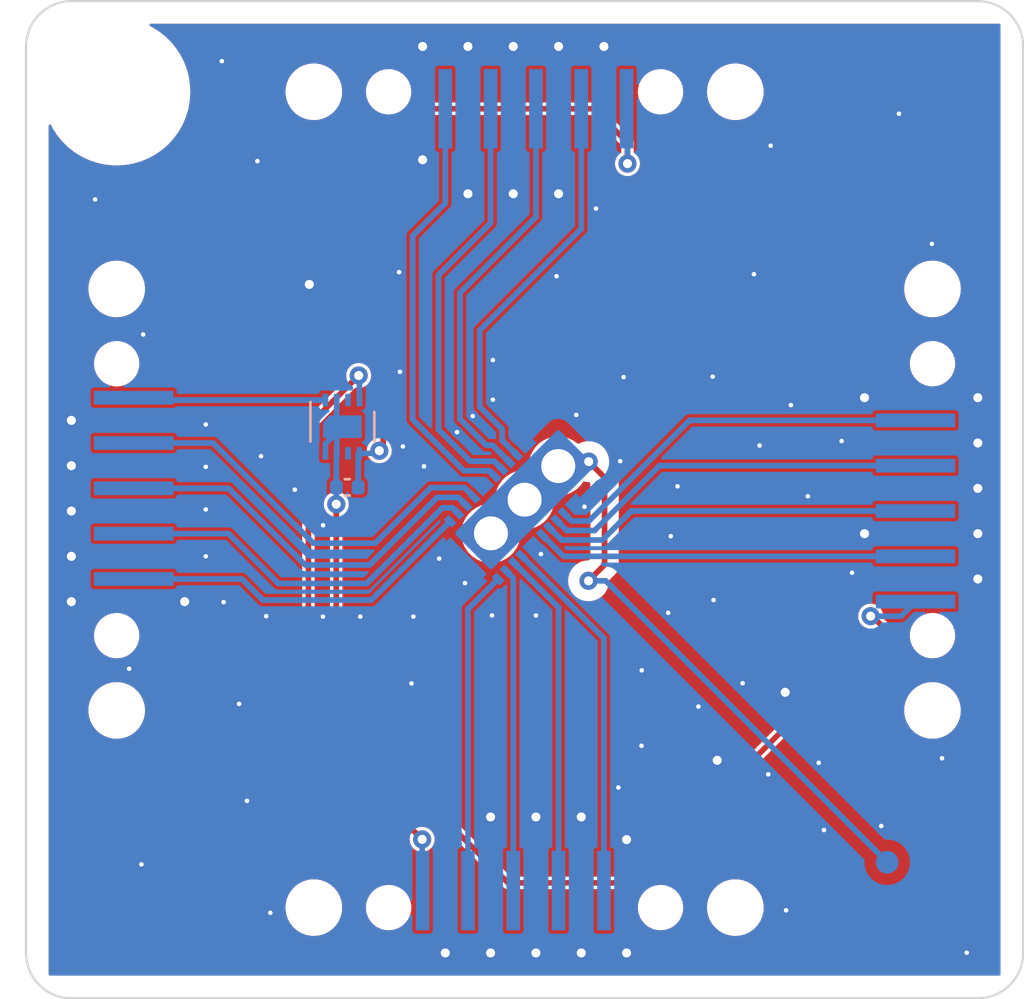
<source format=kicad_pcb>
(kicad_pcb (version 20221018) (generator pcbnew)
  (layers (0 "F.Cu" signal) (31 "B.Cu" signal) (34 "B.Paste" user) (35 "F.Paste" user) (36 "B.SilkS" user "B.Silkscreen") (37 "F.SilkS" user "F.Silkscreen") (38 "B.Mask" user) (39 "F.Mask" user) (44 "Edge.Cuts" user))
  (net 0 "")
  (net 1 "Net-(U1-0,0)")
  (net 2 "Net-(U1-1,0)")
  (net 3 "Net-(U1-2,0)")
  (net 4 "Net-(U1-3,0)")
  (net 5 "Net-(U1-2,1)")
  (net 6 "Net-(U1-3,1)")
  (net 7 "Net-(U1-2,2)")
  (net 8 "Net-(U1-3,2)")
  (net 9 "Net-(U1-3,3)")
  (net 10 "Net-(U1-2,3)")
  (net 11 "Net-(U1-1,3)")
  (net 12 "Net-(U1-0,3)")
  (net 13 "Net-(U1-1,2)")
  (net 14 "Net-(U1-0,2)")
  (net 15 "Net-(U1-0,1)")
  (net 16 "Net-(U1-1,1)")
  (net 17 "GND")
  (net 18 "/SDA")
  (net 19 "/I2C_GND")
  (net 21 "/SCL")
  (net 22 "/I2C_POWER")
  (net 24 "/HV")
  (footprint "chubut:alignment_hole" (layer "F.Cu") (at -18 -18)
    (fp_text reference "H1" hide)
    (fp_text value "MountingHole")
    (pad "" np_thru_hole circle (at 0 0) (size 6 6) (drill 6) (layers "F&B.Cu" "*.Mask"))
  )
  (footprint "chubut:graphics" (layer "F.Cu") (at -0.084351 2.19)
    (fp_text reference "G***" hide)
    (fp_text value "LOGO" hide)
  )
  (footprint "chubut:FSI-110-03-G-S-M-AD" (layer "B.Cu") (at 0 -18 180)
    (fp_text reference "X7" hide)
    (fp_text value "~")
    (pad "" np_thru_hole circle (at -9.3 0 180) (size 2 2) (drill 2) (layers "F&B.Cu" "*.Mask"))
    (pad "" np_thru_hole circle (at -6 0 180) (size 1.5 1.5) (drill 1.5) (layers "F&B.Cu" "*.Mask"))
    (pad "" np_thru_hole circle (at 6 0 180) (size 1.5 1.5) (drill 1.5) (layers "F&B.Cu" "*.Mask"))
    (pad "" np_thru_hole circle (at 9.3 0 180) (size 2 2) (drill 2) (layers "F&B.Cu" "*.Mask"))
    (pad "1" smd rect (at 4.5 -0.75 180) (size 0.6 3.5) (layers "B.Cu" "B.Mask") (net 17 "GND"))
    (pad "2" smd rect (at 3.5 -0.75 180) (size 0.6 3.5) (layers "B.Cu" "B.Mask") (net 5 "Net-(U1-2,1)"))
    (pad "3" smd rect (at 2.5 -0.75 180) (size 0.6 3.5) (layers "B.Cu" "B.Mask") (net 17 "GND"))
    (pad "4" smd rect (at 1.5 -0.75 180) (size 0.6 3.5) (layers "B.Cu" "B.Mask") (net 6 "Net-(U1-3,1)"))
    (pad "5" smd rect (at 0.5 -0.75 180) (size 0.6 3.5) (layers "B.Cu" "B.Mask") (net 17 "GND"))
    (pad "6" smd rect (at -0.5 -0.75 180) (size 0.6 3.5) (layers "B.Cu" "B.Mask") (net 7 "Net-(U1-2,2)"))
    (pad "7" smd rect (at -1.5 -0.75 180) (size 0.6 3.5) (layers "B.Cu" "B.Mask") (net 17 "GND"))
    (pad "8" smd rect (at -2.5 -0.75 180) (size 0.6 3.5) (layers "B.Cu" "B.Mask") (net 8 "Net-(U1-3,2)"))
    (pad "9" smd rect (at -3.5 -0.75 180) (size 0.6 3.5) (layers "B.Cu" "B.Mask") (net 17 "GND"))
    (pad "10" smd rect (at -4.5 -0.75 180) (size 0.6 3.5) (layers "B.Cu" "B.Mask") (net 22 "/I2C_POWER"))
  )
  (footprint "chubut:FSI-110-03-G-S-M-AD" (layer "B.Cu") (at 18 0 90)
    (fp_text reference "X6" hide)
    (fp_text value "~")
    (pad "" np_thru_hole circle (at -9.3 0 90) (size 2 2) (drill 2) (layers "F&B.Cu" "*.Mask"))
    (pad "" np_thru_hole circle (at -6 0 90) (size 1.5 1.5) (drill 1.5) (layers "F&B.Cu" "*.Mask"))
    (pad "" np_thru_hole circle (at 6 0 90) (size 1.5 1.5) (drill 1.5) (layers "F&B.Cu" "*.Mask"))
    (pad "" np_thru_hole circle (at 9.3 0 90) (size 2 2) (drill 2) (layers "F&B.Cu" "*.Mask"))
    (pad "1" smd rect (at 4.5 -0.75 90) (size 0.6 3.5) (layers "B.Cu" "B.Mask") (net 17 "GND"))
    (pad "2" smd rect (at 3.5 -0.75 90) (size 0.6 3.5) (layers "B.Cu" "B.Mask") (net 9 "Net-(U1-3,3)"))
    (pad "3" smd rect (at 2.5 -0.75 90) (size 0.6 3.5) (layers "B.Cu" "B.Mask") (net 17 "GND"))
    (pad "4" smd rect (at 1.5 -0.75 90) (size 0.6 3.5) (layers "B.Cu" "B.Mask") (net 10 "Net-(U1-2,3)"))
    (pad "5" smd rect (at 0.5 -0.75 90) (size 0.6 3.5) (layers "B.Cu" "B.Mask") (net 17 "GND"))
    (pad "6" smd rect (at -0.5 -0.75 90) (size 0.6 3.5) (layers "B.Cu" "B.Mask") (net 11 "Net-(U1-1,3)"))
    (pad "7" smd rect (at -1.5 -0.75 90) (size 0.6 3.5) (layers "B.Cu" "B.Mask") (net 17 "GND"))
    (pad "8" smd rect (at -2.5 -0.75 90) (size 0.6 3.5) (layers "B.Cu" "B.Mask") (net 12 "Net-(U1-0,3)"))
    (pad "9" smd rect (at -3.5 -0.75 90) (size 0.6 3.5) (layers "B.Cu" "B.Mask") (net 17 "GND"))
    (pad "10" smd rect (at -4.5 -0.75 90) (size 0.6 3.5) (layers "B.Cu" "B.Mask") (net 19 "/I2C_GND"))
  )
  (footprint "chubut:graphics_bottom" (layer "B.Cu") (at -2.33 0.65 180)
    (fp_text reference "G***" hide)
    (fp_text value "LOGO" hide)
  )
  (footprint "chubut:FSI-110-03-G-S-M-AD" (layer "B.Cu") (at 0 18)
    (fp_text reference "X5" hide)
    (fp_text value "~")
    (pad "" np_thru_hole circle (at -9.3 0) (size 2 2) (drill 2) (layers "F&B.Cu" "*.Mask"))
    (pad "" np_thru_hole circle (at -6 0) (size 1.5 1.5) (drill 1.5) (layers "F&B.Cu" "*.Mask"))
    (pad "" np_thru_hole circle (at 6 0) (size 1.5 1.5) (drill 1.5) (layers "F&B.Cu" "*.Mask"))
    (pad "" np_thru_hole circle (at 9.3 0) (size 2 2) (drill 2) (layers "F&B.Cu" "*.Mask"))
    (pad "1" smd rect (at 4.5 -0.75) (size 0.6 3.5) (layers "B.Cu" "B.Mask") (net 17 "GND"))
    (pad "2" smd rect (at 3.5 -0.75) (size 0.6 3.5) (layers "B.Cu" "B.Mask") (net 13 "Net-(U1-1,2)"))
    (pad "3" smd rect (at 2.5 -0.75) (size 0.6 3.5) (layers "B.Cu" "B.Mask") (net 17 "GND"))
    (pad "4" smd rect (at 1.5 -0.75) (size 0.6 3.5) (layers "B.Cu" "B.Mask") (net 14 "Net-(U1-0,2)"))
    (pad "5" smd rect (at 0.5 -0.75) (size 0.6 3.5) (layers "B.Cu" "B.Mask") (net 17 "GND"))
    (pad "6" smd rect (at -0.5 -0.75) (size 0.6 3.5) (layers "B.Cu" "B.Mask") (net 15 "Net-(U1-0,1)"))
    (pad "7" smd rect (at -1.5 -0.75) (size 0.6 3.5) (layers "B.Cu" "B.Mask") (net 17 "GND"))
    (pad "8" smd rect (at -2.5 -0.75) (size 0.6 3.5) (layers "B.Cu" "B.Mask") (net 16 "Net-(U1-1,1)"))
    (pad "9" smd rect (at -3.5 -0.75) (size 0.6 3.5) (layers "B.Cu" "B.Mask") (net 17 "GND"))
    (pad "10" smd rect (at -4.5 -0.75) (size 0.6 3.5) (layers "B.Cu" "B.Mask") (net 21 "/SCL"))
  )
  (footprint "chubut:pogo_pin_mating_pad" (layer "B.Cu") (at 16 16 180)
    (fp_text reference "J5" hide)
    (fp_text value "HV")
    (pad "1" smd circle (at 0 0 180) (size 1 1) (layers "B.Cu" "B.Mask") (net 24 "/HV"))
  )
  (footprint "Sensor_Humidity:Sensirion_DFN-8-1EP_2.5x2.5mm_P0.5mm_EP1.1x1.7mm" (layer "B.Cu") (at -8.04 -3.22 -90)
    (fp_text reference "U2" hide)
    (fp_text value "SHT30-DIS")
    (fp_line (start -1.09 1.41) (end 0.65 1.41) (stroke (width 0.12)) (layer "B.SilkS"))
    (fp_line (start -0.65 -1.41) (end 0.65 -1.41) (stroke (width 0.12)) (layer "B.SilkS"))
    (pad "1" smd rect (at -1.175 0.75 270) (size 0.55 0.25) (layers "B.Cu" "B.Paste" "B.Mask") (net 18 "/SDA"))
    (pad "2" smd rect (at -1.175 0.25 270) (size 0.55 0.25) (layers "B.Cu" "B.Paste" "B.Mask") (net 19 "/I2C_GND"))
    (pad "3" smd rect (at -1.175 -0.25 270) (size 0.55 0.25) (layers "B.Cu" "B.Paste" "B.Mask"))
    (pad "4" smd rect (at -1.175 -0.75 90) (size 0.55 0.25) (layers "B.Cu" "B.Paste" "B.Mask") (net 21 "/SCL"))
    (pad "5" smd rect (at 1.175 -0.75 270) (size 0.55 0.25) (layers "B.Cu" "B.Paste" "B.Mask") (net 22 "/I2C_POWER"))
    (pad "6" smd rect (at 1.175 -0.25 270) (size 0.55 0.25) (layers "B.Cu" "B.Paste" "B.Mask"))
    (pad "7" smd rect (at 1.175 0.25 270) (size 0.55 0.25) (layers "B.Cu" "B.Paste" "B.Mask") (net 19 "/I2C_GND"))
    (pad "8" smd rect (at 1.175 0.75 270) (size 0.55 0.25) (layers "B.Cu" "B.Paste" "B.Mask") (net 19 "/I2C_GND"))
    (pad "9" smd custom (at 0 0 270) (size 1 1) (layers "B.Cu" "B.Mask") (net 19 "/I2C_GND") (options (clearance outline) (anchor circle)) (primitives (gr_poly (pts (xy 0.5 -0.85) (xy -0.5 -0.85) (xy -0.5 0.55) (xy -0.2 0.85) (xy 0.5 0.85)) (width 0) (fill yes))))
  )
  (footprint "chubut:FSI-110-03-G-S-M-AD" (layer "B.Cu") (at -18 0 -90)
    (fp_text reference "X4" hide)
    (fp_text value "~")
    (pad "" np_thru_hole circle (at -9.3 0 270) (size 2 2) (drill 2) (layers "F&B.Cu" "*.Mask"))
    (pad "" np_thru_hole circle (at -6 0 270) (size 1.5 1.5) (drill 1.5) (layers "F&B.Cu" "*.Mask"))
    (pad "" np_thru_hole circle (at 6 0 270) (size 1.5 1.5) (drill 1.5) (layers "F&B.Cu" "*.Mask"))
    (pad "" np_thru_hole circle (at 9.3 0 270) (size 2 2) (drill 2) (layers "F&B.Cu" "*.Mask"))
    (pad "1" smd rect (at 4.5 -0.75 270) (size 0.6 3.5) (layers "B.Cu" "B.Mask") (net 17 "GND"))
    (pad "2" smd rect (at 3.5 -0.75 270) (size 0.6 3.5) (layers "B.Cu" "B.Mask") (net 1 "Net-(U1-0,0)"))
    (pad "3" smd rect (at 2.5 -0.75 270) (size 0.6 3.5) (layers "B.Cu" "B.Mask") (net 17 "GND"))
    (pad "4" smd rect (at 1.5 -0.75 270) (size 0.6 3.5) (layers "B.Cu" "B.Mask") (net 2 "Net-(U1-1,0)"))
    (pad "5" smd rect (at 0.5 -0.75 270) (size 0.6 3.5) (layers "B.Cu" "B.Mask") (net 17 "GND"))
    (pad "6" smd rect (at -0.5 -0.75 270) (size 0.6 3.5) (layers "B.Cu" "B.Mask") (net 3 "Net-(U1-2,0)"))
    (pad "7" smd rect (at -1.5 -0.75 270) (size 0.6 3.5) (layers "B.Cu" "B.Mask") (net 17 "GND"))
    (pad "8" smd rect (at -2.5 -0.75 270) (size 0.6 3.5) (layers "B.Cu" "B.Mask") (net 4 "Net-(U1-3,0)"))
    (pad "9" smd rect (at -3.5 -0.75 270) (size 0.6 3.5) (layers "B.Cu" "B.Mask") (net 17 "GND"))
    (pad "10" smd rect (at -4.5 -0.75 270) (size 0.6 3.5) (layers "B.Cu" "B.Mask") (net 18 "/SDA"))
  )
  (footprint "chubut:FBK_RSD2_3_DUTs_together" (layer "B.Cu") (at 0 0 45)
    (fp_text reference "U1" hide)
    (fp_text value "~")
    (pad "1" smd roundrect (at -3 -1.65 45) (size 0.3 0.5) (layers "B.Cu" "B.Mask") (roundrect_rratio 0.05) (net 1 "Net-(U1-0,0)"))
    (pad "2" smd roundrect (at -2.5 -1.65 45) (size 0.3 0.5) (layers "B.Cu" "B.Mask") (roundrect_rratio 0.05) (net 2 "Net-(U1-1,0)"))
    (pad "3" smd roundrect (at -2 -1.65 45) (size 0.3 0.5) (layers "B.Cu" "B.Mask") (roundrect_rratio 0.05) (net 3 "Net-(U1-2,0)"))
    (pad "4" smd roundrect (at -1.5 -1.65 45) (size 0.3 0.5) (layers "B.Cu" "B.Mask") (roundrect_rratio 0.05) (net 4 "Net-(U1-3,0)"))
    (pad "5" smd roundrect (at -0.2 -1.65 45) (size 0.3 0.5) (layers "B.Cu" "B.Mask") (roundrect_rratio 0.05) (net 5 "Net-(U1-2,1)"))
    (pad "6" smd roundrect (at 0.25 -1.65 45) (size 0.3 0.5) (layers "B.Cu" "B.Mask") (roundrect_rratio 0.05) (net 6 "Net-(U1-3,1)"))
    (pad "7" smd roundrect (at 0.7 -1.65 45) (size 0.3 0.5) (layers "B.Cu" "B.Mask") (roundrect_rratio 0.05) (net 7 "Net-(U1-2,2)"))
    (pad "8" smd roundrect (at 1.15 -1.65 45) (size 0.3 0.5) (layers "B.Cu" "B.Mask") (roundrect_rratio 0.05) (net 8 "Net-(U1-3,2)"))
    (pad "9" smd roundrect (at 0.8 1.65 45) (size 0.3 0.5) (layers "B.Cu" "B.Mask") (roundrect_rratio 0.05) (net 9 "Net-(U1-3,3)"))
    (pad "10" smd roundrect (at 0.35 1.65 45) (size 0.3 0.5) (layers "B.Cu" "B.Mask") (roundrect_rratio 0.05) (net 10 "Net-(U1-2,3)"))
    (pad "11" smd roundrect (at -0.1 1.65 45) (size 0.3 0.5) (layers "B.Cu" "B.Mask") (roundrect_rratio 0.05) (net 11 "Net-(U1-1,3)"))
    (pad "12" smd roundrect (at -0.55 1.65 45) (size 0.3 0.5) (layers "B.Cu" "B.Mask") (roundrect_rratio 0.05) (net 12 "Net-(U1-0,3)"))
    (pad "13" smd roundrect (at -1.85 1.65 45) (size 0.3 0.5) (layers "B.Cu" "B.Mask") (roundrect_rratio 0.05) (net 13 "Net-(U1-1,2)"))
    (pad "14" smd roundrect (at -2.3 1.65 45) (size 0.3 0.5) (layers "B.Cu" "B.Mask") (roundrect_rratio 0.05) (net 14 "Net-(U1-0,2)"))
    (pad "15" smd roundrect (at -2.8 1.65 45) (size 0.3 0.5) (layers "B.Cu" "B.Mask") (roundrect_rratio 0.05) (net 15 "Net-(U1-0,1)"))
    (pad "16" smd roundrect (at -3.3 1.65 45) (size 0.3 0.5) (layers "B.Cu" "B.Mask") (roundrect_rratio 0.05) (net 16 "Net-(U1-1,1)"))
    (pad "17" thru_hole circle (at -2.1 0 45) (size 1.6 1.6) (drill 1.5) (layers "*.Cu" "*.Mask") (net 24 "/HV"))
    (pad "17" thru_hole circle (at 0 0 45) (size 1.6 1.6) (drill 1.5) (layers "*.Cu" "*.Mask") (net 24 "/HV"))
    (pad "17" smd roundrect (at 0 0 45) (size 6.5 2.3) (layers "B.Cu" "B.Mask") (roundrect_rratio 0.05) (net 24 "/HV"))
    (pad "17" thru_hole circle (at 2.1 0 45) (size 1.6 1.6) (drill 1.5) (layers "*.Cu" "*.Mask") (net 24 "/HV"))
    (pad "18" smd roundrect (at -3.85 0 225) (size 0.7 2.3) (layers "B.Cu" "B.Mask") (roundrect_rratio 0.05) (net 17 "GND"))
    (pad "18" smd roundrect (at -1.2 1.65 225) (size 0.7 0.5) (layers "B.Cu" "B.Mask") (roundrect_rratio 0.05) (net 17 "GND"))
    (pad "18" smd roundrect (at -0.85 -1.65 225) (size 0.7 0.5) (layers "B.Cu" "B.Mask") (roundrect_rratio 0.05) (net 17 "GND"))
    (pad "18" smd roundrect (at 1.45 1.65 225) (size 0.7 0.5) (layers "B.Cu" "B.Mask") (roundrect_rratio 0.05) (net 17 "GND"))
    (pad "18" smd roundrect (at 1.8 -1.65 225) (size 0.7 0.5) (layers "B.Cu" "B.Mask") (roundrect_rratio 0.05) (net 17 "GND"))
  )
  (footprint "Capacitor_SMD:C_0402_1005Metric" (layer "B.Cu") (at -7.825 -0.545 180)
    (fp_text reference "C1" hide)
    (fp_text value "100n")
    (fp_line (start -0.107836 -0.36) (end 0.107836 -0.36) (stroke (width 0.12)) (layer "B.SilkS"))
    (fp_line (start -0.107836 0.36) (end 0.107836 0.36) (stroke (width 0.12)) (layer "B.SilkS"))
    (pad "1" smd roundrect (at -0.48 0 180) (size 0.56 0.62) (layers "B.Cu" "B.Paste" "B.Mask") (net 22 "/I2C_POWER"))
    (pad "2" smd roundrect (at 0.48 0 180) (size 0.56 0.62) (layers "B.Cu" "B.Paste" "B.Mask") (net 19 "/I2C_GND"))
  )
  (gr_arc (start -22 -20) (mid -21.414214 -21.414214) (end -20 -22) (stroke (width 0.1)) (layer "Edge.Cuts"))
  (gr_arc (start 22 20) (mid 21.414214 21.414214) (end 20 22) (stroke (width 0.1)) (layer "Edge.Cuts"))
  (gr_arc (start 20 -22) (mid 21.414214 -21.414214) (end 22 -20) (stroke (width 0.1)) (layer "Edge.Cuts"))
  (gr_line (start 22 -20) (end 22 20) (stroke (width 0.1)) (layer "Edge.Cuts"))
  (gr_line (start -20 -22) (end 20 -22) (stroke (width 0.1)) (layer "Edge.Cuts"))
  (gr_arc (start -20 22) (mid -21.414214 21.414214) (end -22 20) (stroke (width 0.1)) (layer "Edge.Cuts"))
  (gr_line (start 20 22) (end -20 22) (stroke (width 0.1)) (layer "Edge.Cuts"))
  (gr_line (start -22 20) (end -22 -20) (stroke (width 0.1)) (layer "Edge.Cuts"))
  (segment (start -3.288047 0.954594) (end -6.763453 4.43) (width 0.25) (layer "B.Cu") (net 1))
  (segment (start -12.48 3.5) (end -17.25 3.5) (width 0.25) (layer "B.Cu") (net 1))
  (segment (start -6.763453 4.43) (end -11.55 4.43) (width 0.25) (layer "B.Cu") (net 1))
  (segment (start -11.55 4.43) (end -12.48 3.5) (width 0.25) (layer "B.Cu") (net 1))
  (segment (start -3.175534 0.36) (end -3.63 0.36) (width 0.25) (layer "B.Cu") (net 2))
  (segment (start -10.86 3.7) (end -13.06 1.5) (width 0.25) (layer "B.Cu") (net 2))
  (segment (start -6.97 3.7) (end -10.86 3.7) (width 0.25) (layer "B.Cu") (net 2))
  (segment (start -13.06 1.5) (end -17.25 1.5) (width 0.25) (layer "B.Cu") (net 2))
  (segment (start -3.63 0.36) (end -6.97 3.7) (width 0.25) (layer "B.Cu") (net 2))
  (segment (start -2.934493 0.601041) (end -3.175534 0.36) (width 0.25) (layer "B.Cu") (net 2))
  (segment (start -13.06 -0.5) (end -17.25 -0.5) (width 0.25) (layer "B.Cu") (net 3))
  (segment (start -2.58094 0.247487) (end -2.928427 -0.1) (width 0.25) (layer "B.Cu") (net 3))
  (segment (start -3.86 -0.1) (end -6.84 2.88) (width 0.25) (layer "B.Cu") (net 3))
  (segment (start -2.928427 -0.1) (end -3.86 -0.1) (width 0.25) (layer "B.Cu") (net 3))
  (segment (start -6.84 2.88) (end -9.68 2.88) (width 0.25) (layer "B.Cu") (net 3))
  (segment (start -9.68 2.88) (end -13.06 -0.5) (width 0.25) (layer "B.Cu") (net 3))
  (segment (start -13.74 -2.5) (end -17.25 -2.5) (width 0.25) (layer "B.Cu") (net 4))
  (segment (start -2.65132 -0.53) (end -4.14 -0.53) (width 0.25) (layer "B.Cu") (net 4))
  (segment (start -4.14 -0.53) (end -6.59 1.92) (width 0.25) (layer "B.Cu") (net 4))
  (segment (start -9.32 1.92) (end -13.74 -2.5) (width 0.25) (layer "B.Cu") (net 4))
  (segment (start -2.227386 -0.106066) (end -2.65132 -0.53) (width 0.25) (layer "B.Cu") (net 4))
  (segment (start -6.59 1.92) (end -9.32 1.92) (width 0.25) (layer "B.Cu") (net 4))
  (segment (start -1.308148 -1.025305) (end -1.562182 -1.279339) (width 0.25) (layer "B.Cu") (net 5))
  (segment (start -2.679339 -1.279339) (end -4.94 -3.54) (width 0.25) (layer "B.Cu") (net 5))
  (segment (start -3.5 -13.08) (end -3.5 -17.25) (width 0.25) (layer "B.Cu") (net 5))
  (segment (start -4.94 -11.64) (end -3.5 -13.08) (width 0.25) (layer "B.Cu") (net 5))
  (segment (start -4.94 -3.54) (end -4.94 -11.64) (width 0.25) (layer "B.Cu") (net 5))
  (segment (start -1.562182 -1.279339) (end -2.679339 -1.279339) (width 0.25) (layer "B.Cu") (net 5))
  (segment (start -3.8 -3.092893) (end -3.8 -9.91) (width 0.25) (layer "B.Cu") (net 6))
  (segment (start -1.343502 -1.697056) (end -2.404163 -1.697056) (width 0.25) (layer "B.Cu") (net 6))
  (segment (start -3.8 -9.91) (end -1.5 -12.21) (width 0.25) (layer "B.Cu") (net 6))
  (segment (start -2.404163 -1.697056) (end -3.8 -3.092893) (width 0.25) (layer "B.Cu") (net 6))
  (segment (start -0.989949 -1.343503) (end -1.343502 -1.697056) (width 0.25) (layer "B.Cu") (net 6))
  (segment (start -1.5 -12.21) (end -1.5 -17.25) (width 0.25) (layer "B.Cu") (net 6))
  (segment (start -1.697056 -2.404163) (end -2.85 -3.557107) (width 0.25) (layer "B.Cu") (net 7))
  (segment (start -1.414213 -2.404163) (end -1.697056 -2.404163) (width 0.25) (layer "B.Cu") (net 7))
  (segment (start -2.85 -9.13) (end 0.5 -12.48) (width 0.25) (layer "B.Cu") (net 7))
  (segment (start -0.671751 -1.661701) (end -1.414213 -2.404163) (width 0.25) (layer "B.Cu") (net 7))
  (segment (start 0.5 -12.48) (end 0.5 -17.25) (width 0.25) (layer "B.Cu") (net 7))
  (segment (start -2.85 -3.557107) (end -2.85 -9.13) (width 0.25) (layer "B.Cu") (net 7))
  (segment (start -0.989949 -3.11127) (end -1.98 -4.101321) (width 0.25) (layer "B.Cu") (net 8))
  (segment (start -0.989949 -2.616295) (end -0.989949 -3.11127) (width 0.25) (layer "B.Cu") (net 8))
  (segment (start -1.98 -7.47) (end 2.5 -11.95) (width 0.25) (layer "B.Cu") (net 8))
  (segment (start -1.98 -4.101321) (end -1.98 -7.47) (width 0.25) (layer "B.Cu") (net 8))
  (segment (start 2.5 -11.95) (end 2.5 -17.25) (width 0.25) (layer "B.Cu") (net 8))
  (segment (start -0.353553 -1.979899) (end -0.989949 -2.616295) (width 0.25) (layer "B.Cu") (net 8))
  (segment (start 2.84 0.94) (end 7.28 -3.5) (width 0.25) (layer "B.Cu") (net 9))
  (segment (start 2.071371 0.94) (end 2.84 0.94) (width 0.25) (layer "B.Cu") (net 9))
  (segment (start 7.28 -3.5) (end 17.25 -3.5) (width 0.25) (layer "B.Cu") (net 9))
  (segment (start 1.732412 0.601041) (end 2.071371 0.94) (width 0.25) (layer "B.Cu") (net 9))
  (segment (start 5.95 -1.5) (end 17.25 -1.5) (width 0.25) (layer "B.Cu") (net 10))
  (segment (start 1.854975 1.36) (end 3.09 1.36) (width 0.25) (layer "B.Cu") (net 10))
  (segment (start 1.414214 0.919239) (end 1.854975 1.36) (width 0.25) (layer "B.Cu") (net 10))
  (segment (start 3.09 1.36) (end 5.95 -1.5) (width 0.25) (layer "B.Cu") (net 10))
  (segment (start 1.096016 1.237437) (end 1.638579 1.78) (width 0.25) (layer "B.Cu") (net 11))
  (segment (start 1.638579 1.78) (end 3.43 1.78) (width 0.25) (layer "B.Cu") (net 11))
  (segment (start 4.71 0.5) (end 17.25 0.5) (width 0.25) (layer "B.Cu") (net 11))
  (segment (start 3.43 1.78) (end 4.71 0.5) (width 0.25) (layer "B.Cu") (net 11))
  (segment (start 1.722182 2.5) (end 17.25 2.5) (width 0.25) (layer "B.Cu") (net 12))
  (segment (start 0.777817 1.555635) (end 1.722182 2.5) (width 0.25) (layer "B.Cu") (net 12))
  (segment (start -0.141421 2.474874) (end 3.5 6.116295) (width 0.25) (layer "B.Cu") (net 13))
  (segment (start 3.5 6.116295) (end 3.5 17.25) (width 0.25) (layer "B.Cu") (net 13))
  (segment (start 1.5 4.752691) (end 1.5 17.25) (width 0.25) (layer "B.Cu") (net 14))
  (segment (start -0.459619 2.793072) (end 1.5 4.752691) (width 0.25) (layer "B.Cu") (net 14))
  (segment (start -0.5 3.459798) (end -0.5 17.25) (width 0.25) (layer "B.Cu") (net 15))
  (segment (start -0.813173 3.146625) (end -0.5 3.459798) (width 0.25) (layer "B.Cu") (net 15))
  (segment (start -2.5 4.833453) (end -2.5 17.25) (width 0.25) (layer "B.Cu") (net 16))
  (segment (start -1.166726 3.500179) (end -2.5 4.833453) (width 0.25) (layer "B.Cu") (net 16))
  (via (at -20 4.5) (size 0.8) (drill 0.4) (layers "F.Cu" "B.Cu") (net 17))
  (via (at 0.5 20) (size 0.8) (drill 0.4) (layers "F.Cu" "B.Cu") (net 17))
  (via (at -7.25 5.16) (size 0.5) (drill 0.2) (layers "F.Cu" "B.Cu") (net 17))
  (via (at 6.45 1.61) (size 0.5) (drill 0.2) (layers "F.Cu" "B.Cu") (net 17))
  (via (at -2.5 -20) (size 0.8) (drill 0.4) (layers "F.Cu" "B.Cu") (net 17))
  (via (at -1.4 -4.41) (size 0.5) (drill 0.2) (layers "F.Cu" "B.Cu") (net 17))
  (via (at -2.29 -3.69) (size 0.5) (drill 0.2) (layers "F.Cu" "B.Cu") (net 17))
  (via (at -3.77 2.6) (size 0.5) (drill 0.2) (layers "F.Cu" "B.Cu") (net 17))
  (via (at 17.97 -11.29) (size 0.5) (drill 0.2) (layers "F.Cu" "B.Cu") (net 17))
  (via (at -5.5 -5.64) (size 0.5) (drill 0.2) (layers "F.Cu" "B.Cu") (net 17))
  (via (at -12.6 9.01) (size 0.5) (drill 0.2) (layers "F.Cu" "B.Cu") (net 17))
  (via (at -4.99 8.11) (size 0.5) (drill 0.2) (layers "F.Cu" "B.Cu") (net 17))
  (via (at 12.98 11.61) (size 0.5) (drill 0.2) (layers "F.Cu" "B.Cu") (net 17))
  (via (at -9.5 -9.5) (size 0.8) (drill 0.4) (layers "F.Cu" "B.Cu") (net 17))
  (via (at 4.37 -5.41) (size 0.5) (drill 0.2) (layers "F.Cu" "B.Cu") (net 17))
  (via (at -0.5 -13.5) (size 0.8) (drill 0.4) (layers "F.Cu" "B.Cu") (net 17))
  (via (at -5.54 -10.04) (size 0.5) (drill 0.2) (layers "F.Cu" "B.Cu") (net 17))
  (via (at 15.74 14.4) (size 0.5) (drill 0.2) (layers "F.Cu" "B.Cu") (net 17))
  (via (at -11.79 -14.94) (size 0.5) (drill 0.2) (layers "F.Cu" "B.Cu") (net 17))
  (via (at -20 -3.5) (size 0.8) (drill 0.4) (layers "F.Cu" "B.Cu") (net 17))
  (via (at -16.83 -7.29) (size 0.5) (drill 0.2) (layers "F.Cu" "B.Cu") (net 17))
  (via (at -15 4.5) (size 0.8) (drill 0.4) (layers "F.Cu" "B.Cu") (net 17))
  (via (at 8.3 -5.43) (size 0.5) (drill 0.2) (layers "F.Cu" "B.Cu") (net 17))
  (via (at -3.5 20) (size 0.8) (drill 0.4) (layers "F.Cu" "B.Cu") (net 17))
  (via (at 13.21 14.58) (size 0.5) (drill 0.2) (layers "F.Cu" "B.Cu") (net 17))
  (via (at 20 1.5) (size 0.8) (drill 0.4) (layers "F.Cu" "B.Cu") (net 17))
  (via (at 5.16 10.86) (size 0.5) (drill 0.2) (layers "F.Cu" "B.Cu") (net 17))
  (via (at -11.63 -1.92) (size 0.5) (drill 0.2) (layers "F.Cu" "B.Cu") (net 17))
  (via (at -14.07 0.43) (size 0.5) (drill 0.2) (layers "F.Cu" "B.Cu") (net 17))
  (via (at 2.5 14) (size 0.8) (drill 0.4) (layers "F.Cu" "B.Cu") (net 17))
  (via (at 2.64 0.31) (size 0.5) (drill 0.2) (layers "F.Cu" "B.Cu") (net 17))
  (via (at -13.28 4.52) (size 0.5) (drill 0.2) (layers "F.Cu" "B.Cu") (net 17))
  (via (at -8.9 5.16) (size 0.5) (drill 0.2) (layers "F.Cu" "B.Cu") (net 17))
  (via (at -2.63 3.68) (size 0.5) (drill 0.2) (layers "F.Cu" "B.Cu") (net 17))
  (via (at -14.07 -1.45) (size 0.5) (drill 0.2) (layers "F.Cu" "B.Cu") (net 17))
  (via (at -4.5 -20) (size 0.8) (drill 0.4) (layers "F.Cu" "B.Cu") (net 17))
  (via (at 4.5 15) (size 0.8) (drill 0.4) (layers "F.Cu" "B.Cu") (net 17))
  (via (at -1.4 -6.16) (size 0.5) (drill 0.2) (layers "F.Cu" "B.Cu") (net 17))
  (via (at 2.5 20) (size 0.8) (drill 0.4) (layers "F.Cu" "B.Cu") (net 17))
  (via (at 12.5 -0.15) (size 0.5) (drill 0.2) (layers "F.Cu" "B.Cu") (net 17))
  (via (at -17.45 7.46) (size 0.5) (drill 0.2) (layers "F.Cu" "B.Cu") (net 17))
  (via (at 18.42 11.41) (size 0.5) (drill 0.2) (layers "F.Cu" "B.Cu") (net 17))
  (via (at 4.14 12.7) (size 0.5) (drill 0.2) (layers "F.Cu" "B.Cu") (net 17))
  (via (at -18.95 -13.25) (size 0.5) (drill 0.2) (layers "F.Cu" "B.Cu") (net 17))
  (via (at 20 -2.5) (size 0.8) (drill 0.4) (layers "F.Cu" "B.Cu") (net 17))
  (via (at -2.98 -2.98) (size 0.5) (drill 0.2) (layers "F.Cu" "B.Cu") (net 17))
  (via (at 8.34 4.43) (size 0.5) (drill 0.2) (layers "F.Cu" "B.Cu") (net 17))
  (via (at 6.75 -0.59) (size 0.5) (drill 0.2) (layers "F.Cu" "B.Cu") (net 17))
  (via (at -14.07 -3.32) (size 0.5) (drill 0.2) (layers "F.Cu" "B.Cu") (net 17))
  (via (at -20 2.5) (size 0.8) (drill 0.4) (layers "F.Cu" "B.Cu") (net 17))
  (via (at -4.44 -1.47) (size 0.5) (drill 0.2) (layers "F.Cu" "B.Cu") (net 17))
  (via (at 1.5 -20) (size 0.8) (drill 0.4) (layers "F.Cu" "B.Cu") (net 17))
  (via (at 11.75 -4.17) (size 0.5) (drill 0.2) (layers "F.Cu" "B.Cu") (net 17))
  (via (at -13.36 -19.35) (size 0.5) (drill 0.2) (layers "F.Cu" "B.Cu") (net 17))
  (via (at -5.37 -2.35) (size 0.5) (drill 0.2) (layers "F.Cu" "B.Cu") (net 17))
  (via (at 0.5 5.11) (size 0.5) (drill 0.2) (layers "F.Cu" "B.Cu") (net 17))
  (via (at 6.34 4.99) (size 0.5) (drill 0.2) (layers "F.Cu" "B.Cu") (net 17))
  (via (at 10.75 12.12) (size 0.5) (drill 0.2) (layers "F.Cu" "B.Cu") (net 17))
  (via (at 0.5 14) (size 0.8) (drill 0.4) (layers "F.Cu" "B.Cu") (net 17))
  (via (at -14.07 2.5) (size 0.5) (drill 0.2) (layers "F.Cu" "B.Cu") (net 17))
  (via (at 3.5 -20) (size 0.8) (drill 0.4) (layers "F.Cu" "B.Cu") (net 17))
  (via (at 8.5 11.5) (size 0.8) (drill 0.4) (layers "F.Cu" "B.Cu") (net 17))
  (via (at 4.22 -1.7) (size 0.5) (drill 0.2) (layers "F.Cu" "B.Cu") (net 17))
  (via (at -0.5 -20) (size 0.8) (drill 0.4) (layers "F.Cu" "B.Cu") (net 17))
  (via (at 19.51 19.99) (size 0.5) (drill 0.2) (layers "F.Cu" "B.Cu") (net 17))
  (via (at 10.37 -2.39) (size 0.5) (drill 0.2) (layers "F.Cu" "B.Cu") (net 17))
  (via (at -11.22 18.23) (size 0.5) (drill 0.2) (layers "F.Cu" "B.Cu") (net 17))
  (via (at 4.5 20) (size 0.8) (drill 0.4) (layers "F.Cu" "B.Cu") (net 17))
  (via (at -10.14 -0.44) (size 0.5) (drill 0.2) (layers "F.Cu" "B.Cu") (net 17))
  (via (at -8.89 1.13) (size 0.5) (drill 0.2) (layers "F.Cu" "B.Cu") (net 17))
  (via (at 16.52 -17.03) (size 0.5) (drill 0.2) (layers "F.Cu" "B.Cu") (net 17))
  (via (at 5.17 7.53) (size 0.5) (drill 0.2) (layers "F.Cu" "B.Cu") (net 17))
  (via (at 3.15 -12.85) (size 0.5) (drill 0.2) (layers "F.Cu" "B.Cu") (net 17))
  (via (at 20 -0.5) (size 0.8) (drill 0.4) (layers "F.Cu" "B.Cu") (net 17))
  (via (at 10.12 -9.95) (size 0.5) (drill 0.2) (layers "F.Cu" "B.Cu") (net 17))
  (via (at 10.86 -15.62) (size 0.5) (drill 0.2) (layers "F.Cu" "B.Cu") (net 17))
  (via (at -1.44 5.11) (size 0.5) (drill 0.2) (layers "F.Cu" "B.Cu") (net 17))
  (via (at -4.5 -15) (size 0.8) (drill 0.4) (layers "F.Cu" "B.Cu") (net 17))
  (via (at 14.45 3.22) (size 0.5) (drill 0.2) (layers "F.Cu" "B.Cu") (net 17))
  (via (at 9.62 8.1) (size 0.5) (drill 0.2) (layers "F.Cu" "B.Cu") (net 17))
  (via (at -2.5 -13.5) (size 0.8) (drill 0.4) (layers "F.Cu" "B.Cu") (net 17))
  (via (at -12.25 13.29) (size 0.5) (drill 0.2) (layers "F.Cu" "B.Cu") (net 17))
  (via (at 20 -4.5) (size 0.8) (drill 0.4) (layers "F.Cu" "B.Cu") (net 17))
  (via (at 15 -4.5) (size 0.8) (drill 0.4) (layers "F.Cu" "B.Cu") (net 17))
  (via (at -16.91 16.09) (size 0.5) (drill 0.2) (layers "F.Cu" "B.Cu") (net 17))
  (via (at -1.5 20) (size 0.8) (drill 0.4) (layers "F.Cu" "B.Cu") (net 17))
  (via (at 15 1.5) (size 0.8) (drill 0.4) (layers "F.Cu" "B.Cu") (net 17))
  (via (at 2.28 -3.74) (size 0.5) (drill 0.2) (layers "F.Cu" "B.Cu") (net 17))
  (via (at -1.5 14) (size 0.8) (drill 0.4) (layers "F.Cu" "B.Cu") (net 17))
  (via (at 20 3.5) (size 0.8) (drill 0.4) (layers "F.Cu" "B.Cu") (net 17))
  (via (at 0.72 2.4) (size 0.5) (drill 0.2) (layers "F.Cu" "B.Cu") (net 17))
  (via (at 13.99 -2.59) (size 0.5) (drill 0.2) (layers "F.Cu" "B.Cu") (net 17))
  (via (at 1.41 -9.86) (size 0.5) (drill 0.2) (layers "F.Cu" "B.Cu") (net 17))
  (via (at -20 -1.5) (size 0.8) (drill 0.4) (layers "F.Cu" "B.Cu") (net 17))
  (via (at 11.54 18.12) (size 0.5) (drill 0.2) (layers "F.Cu" "B.Cu") (net 17))
  (via (at 7.67 9.13) (size 0.5) (drill 0.2) (layers "F.Cu" "B.Cu") (net 17))
  (via (at -20 0.5) (size 0.8) (drill 0.4) (layers "F.Cu" "B.Cu") (net 17))
  (via (at 11.5 8.5) (size 0.8) (drill 0.4) (layers "F.Cu" "B.Cu") (net 17))
  (via (at 1.5 -13.5) (size 0.8) (drill 0.4) (layers "F.Cu" "B.Cu") (net 17))
  (via (at -11.4 5.14) (size 0.5) (drill 0.2) (layers "F.Cu" "B.Cu") (net 17))
  (via (at -4.91 5.16) (size 0.5) (drill 0.2) (layers "F.Cu" "B.Cu") (net 17))
  (segment (start -8.79 -4.395) (end -17.145 -4.395) (width 0.25) (layer "B.Cu") (net 18))
  (segment (start -17.145 -4.395) (end -17.25 -4.5) (width 0.25) (layer "B.Cu") (net 18))
  (segment (start 4.65 16.91) (end 15.88 5.68) (width 0.25) (layer "F.Cu") (net 19))
  (segment (start 15.88 5.68) (end 15.34 5.14) (width 0.25) (layer "F.Cu") (net 19))
  (segment (start -0.73 16.91) (end 4.65 16.91) (width 0.25) (layer "F.Cu") (net 19))
  (segment (start 15.34 5.14) (end 15.27 5.14) (width 0.25) (layer "F.Cu") (net 19))
  (segment (start -8.31 9.33) (end -0.73 16.91) (width 0.25) (layer "F.Cu") (net 19))
  (segment (start -8.31 0.2) (end -8.31 9.33) (width 0.25) (layer "F.Cu") (net 19))
  (via (at 15.27 5.14) (size 0.8) (drill 0.4) (layers "F.Cu" "B.Cu") (net 19))
  (via (at -8.31 0.2) (size 0.8) (drill 0.4) (layers "F.Cu" "B.Cu") (net 19))
  (segment (start -8.79 -2.47) (end -8.04 -3.22) (width 0.25) (layer "B.Cu") (net 19))
  (segment (start 15.27 5.14) (end 16.61 5.14) (width 0.25) (layer "B.Cu") (net 19))
  (segment (start -8.305 -2.03) (end -8.29 -2.045) (width 0.25) (layer "B.Cu") (net 19))
  (segment (start -8.79 -2.045) (end -8.79 -2.47) (width 0.25) (layer "B.Cu") (net 19))
  (segment (start -8.29 -2.97) (end -8.29 -2.045) (width 0.25) (layer "B.Cu") (net 19))
  (segment (start -8.305 -0.545) (end -8.305 0.195) (width 0.25) (layer "B.Cu") (net 19))
  (segment (start 16.61 5.14) (end 17.25 4.5) (width 0.25) (layer "B.Cu") (net 19))
  (segment (start -8.305 -0.545) (end -8.305 -2.03) (width 0.25) (layer "B.Cu") (net 19))
  (segment (start -8.305 0.195) (end -8.31 0.2) (width 0.25) (layer "B.Cu") (net 19))
  (segment (start -8.29 -4.395) (end -8.29 -3.47) (width 0.25) (layer "B.Cu") (net 19))
  (segment (start -9.54 -3.26) (end -9.54 9.97) (width 0.25) (layer "F.Cu") (net 21))
  (segment (start -7.32 -5.48) (end -9.54 -3.26) (width 0.25) (layer "F.Cu") (net 21))
  (segment (start -9.54 9.97) (end -4.52 14.99) (width 0.25) (layer "F.Cu") (net 21))
  (via (at -7.32 -5.48) (size 0.8) (drill 0.4) (layers "F.Cu" "B.Cu") (net 21))
  (via (at -4.52 14.99) (size 0.8) (drill 0.4) (layers "F.Cu" "B.Cu") (net 21))
  (segment (start -7.29 -4.395) (end -7.29 -5.45) (width 0.25) (layer "B.Cu") (net 21))
  (segment (start -4.52 14.99) (end -4.52 17.23) (width 0.25) (layer "B.Cu") (net 21))
  (segment (start -7.29 -5.45) (end -7.32 -5.48) (width 0.25) (layer "B.Cu") (net 21))
  (segment (start -4.52 17.23) (end -4.5 17.25) (width 0.25) (layer "B.Cu") (net 21))
  (segment (start -6.41 -2.16) (end -6.24 -2.33) (width 0.25) (layer "F.Cu") (net 22))
  (segment (start -5.81 -15.76) (end -4.32 -17.25) (width 0.25) (layer "F.Cu") (net 22))
  (segment (start 4.54 -15.76) (end 4.54 -14.83) (width 0.25) (layer "F.Cu") (net 22))
  (segment (start 3.05 -17.25) (end 4.54 -15.76) (width 0.25) (layer "F.Cu") (net 22))
  (segment (start -6.24 -2.33) (end -6.24 -14.86) (width 0.25) (layer "F.Cu") (net 22))
  (segment (start -4.32 -17.25) (end 3.05 -17.25) (width 0.25) (layer "F.Cu") (net 22))
  (segment (start -6.24 -14.86) (end -5.81 -15.29) (width 0.25) (layer "F.Cu") (net 22))
  (segment (start -5.81 -15.29) (end -5.81 -15.76) (width 0.25) (layer "F.Cu") (net 22))
  (via (at -6.41 -2.16) (size 0.8) (drill 0.4) (layers "F.Cu" "B.Cu") (net 22))
  (via (at 4.54 -14.83) (size 0.8) (drill 0.4) (layers "F.Cu" "B.Cu") (net 22))
  (segment (start -6.525 -2.045) (end -6.41 -2.16) (width 0.25) (layer "B.Cu") (net 22))
  (segment (start 4.54 -17.21) (end 4.5 -17.25) (width 0.25) (layer "B.Cu") (net 22))
  (segment (start -7.345 -0.545) (end -7.345 -1.99) (width 0.25) (layer "B.Cu") (net 22))
  (segment (start 4.54 -14.83) (end 4.54 -17.21) (width 0.25) (layer "B.Cu") (net 22))
  (segment (start -7.29 -2.045) (end -6.525 -2.045) (width 0.25) (layer "B.Cu") (net 22))
  (segment (start -7.345 -1.99) (end -7.29 -2.045) (width 0.25) (layer "B.Cu") (net 22))
  (segment (start 3.53 -0.98) (end 2.83 -1.68) (width 0.25) (layer "F.Cu") (net 24))
  (segment (start 3.53 2.87) (end 3.53 -0.98) (width 0.25) (layer "F.Cu") (net 24))
  (segment (start 2.82 3.58) (end 3.53 2.87) (width 0.25) (layer "F.Cu") (net 24))
  (via (at 2.83 -1.68) (size 0.8) (drill 0.4) (layers "F.Cu" "B.Cu") (net 24))
  (via (at 2.82 3.58) (size 0.8) (drill 0.4) (layers "F.Cu" "B.Cu") (net 24))
  (segment (start 0.23 0) (end 0 0) (width 0.2) (layer "B.Cu") (net 24))
  (segment (start 0.28 -0.05) (end 0.23 0) (width 0.2) (layer "B.Cu") (net 24))
  (segment (start 3.58 3.58) (end 2.82 3.58) (width 0.25) (layer "B.Cu") (net 24))
  (segment (start 0.33 0) (end 0.28 -0.05) (width 0.2) (layer "B.Cu") (net 24))
  (segment (start 16 16) (end 3.58 3.58) (width 0.25) (layer "B.Cu") (net 24))
  (zone (net 17) (net_name "GND") (layers "F&B.Cu") (connect_pads yes (clearance 0.11)) (min_thickness 0.11) (fill yes (thermal_gap 0.5) (thermal_bridge_width 0.5))
    (polygon (pts (xy 21 21) (xy -21 21) (xy -21 -21) (xy 21 -21)))
  )
)
</source>
